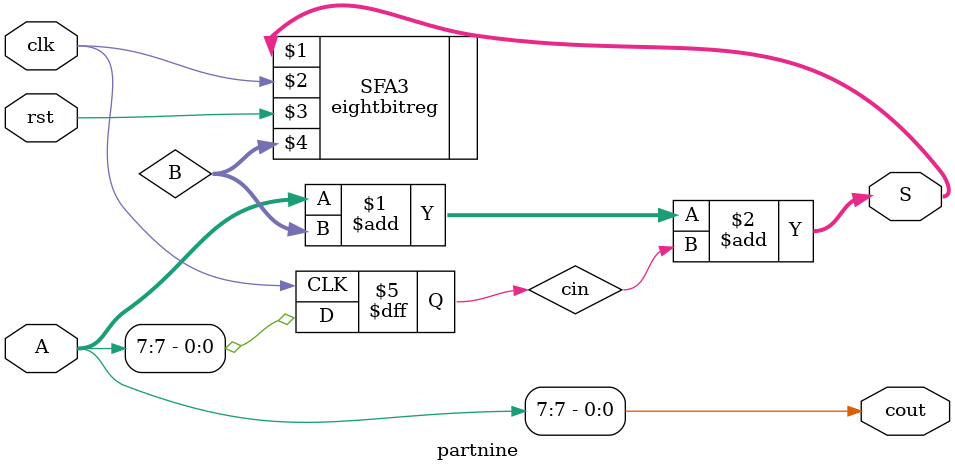
<source format=v>
`timescale 1ns/1ns
module partnine(input [7:0]A , input clk , rst ,output [7:0]S,output cout);
  wire [7:0]B;
  reg cin=0; 
  assign #(182) S = A + B + cin;
  assign cout = A[7];
   always @(posedge clk) begin
    cin <= cout;
  end
  eightbitreg SFA3(S,clk,rst,B);
  endmodule
</source>
